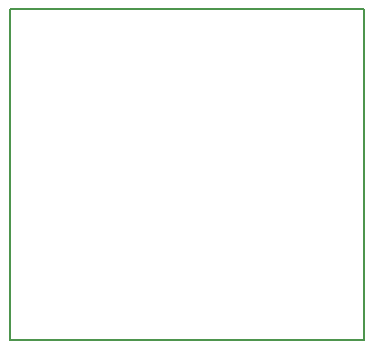
<source format=gbr>
G04 DipTrace 2.4.0.2*
%INBoardOutline.gbr*%
%MOMM*%
%ADD11C,0.14*%
%FSLAX53Y53*%
G04*
G71*
G90*
G75*
G01*
%LNBoardOutline*%
%LPD*%
X0Y0D2*
D11*
X30000D1*
Y28000D1*
X0D1*
Y0D1*
M02*

</source>
